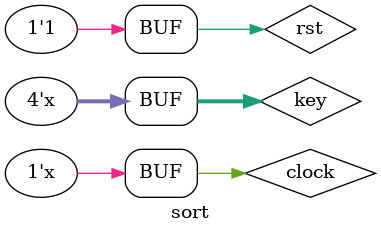
<source format=v>

module sort;

	reg clock;
	reg rst;
	reg [3:0] key;
	reg [3:0] dig;
	reg [7:0] seg;

	top uut (
		.clk(clock), 
		.rst(rst),
		.key(key)
	);
	
	always #1 clock = ~clock;
	always #100 key = ~key;
	initial begin

		clock = 0;
		key = 4'b1111;

		#50 rst = 1;
		#50 rst = 0;
		#50 rst = 1;
	end
      
endmodule


</source>
